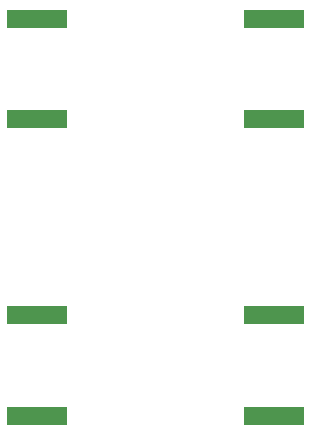
<source format=gbr>
%TF.GenerationSoftware,KiCad,Pcbnew,(7.0.0)*%
%TF.CreationDate,2023-09-17T18:35:59+02:00*%
%TF.ProjectId,lisn-mate,6c69736e-2d6d-4617-9465-2e6b69636164,rev?*%
%TF.SameCoordinates,PX5c887a0PY7eee240*%
%TF.FileFunction,Soldermask,Bot*%
%TF.FilePolarity,Negative*%
%FSLAX46Y46*%
G04 Gerber Fmt 4.6, Leading zero omitted, Abs format (unit mm)*
G04 Created by KiCad (PCBNEW (7.0.0)) date 2023-09-17 18:35:59*
%MOMM*%
%LPD*%
G01*
G04 APERTURE LIST*
%ADD10R,5.080000X1.500000*%
G04 APERTURE END LIST*
D10*
%TO.C,J2*%
X22971999Y12225999D03*
X22971999Y3725999D03*
%TD*%
%TO.C,J1*%
X22971999Y37345999D03*
X22971999Y28845999D03*
%TD*%
%TO.C,J4*%
X2971999Y28845999D03*
X2971999Y37345999D03*
%TD*%
%TO.C,J3*%
X2971999Y3725999D03*
X2971999Y12225999D03*
%TD*%
M02*

</source>
